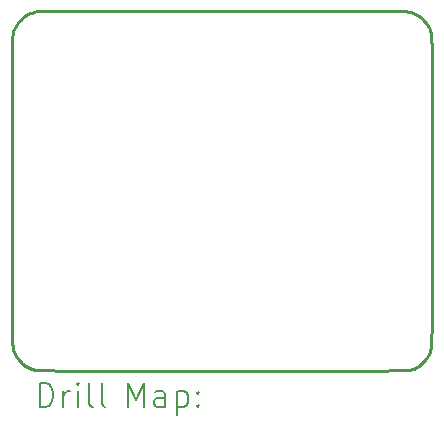
<source format=gbr>
%TF.GenerationSoftware,KiCad,Pcbnew,(6.99.0-2452-gdb4f2d9dd8)*%
%TF.CreationDate,2022-08-02T00:34:49-05:00*%
%TF.ProjectId,DDS,4444532e-6b69-4636-9164-5f7063625858,rev?*%
%TF.SameCoordinates,Original*%
%TF.FileFunction,Drillmap*%
%TF.FilePolarity,Positive*%
%FSLAX45Y45*%
G04 Gerber Fmt 4.5, Leading zero omitted, Abs format (unit mm)*
G04 Created by KiCad (PCBNEW (6.99.0-2452-gdb4f2d9dd8)) date 2022-08-02 00:34:49*
%MOMM*%
%LPD*%
G01*
G04 APERTURE LIST*
%ADD10C,0.240000*%
%ADD11C,0.200000*%
G04 APERTURE END LIST*
D10*
X15312848Y-9748300D02*
X15510523Y-9750080D01*
X15559004Y-9753362D01*
X15575298Y-9758353D01*
X15591121Y-9764381D01*
X15606432Y-9771404D01*
X15621192Y-9779384D01*
X15635361Y-9788281D01*
X15648901Y-9798057D01*
X15661771Y-9808670D01*
X15673932Y-9820081D01*
X15685344Y-9832252D01*
X15695968Y-9845143D01*
X15705764Y-9858713D01*
X15714693Y-9872923D01*
X15722716Y-9887735D01*
X15729792Y-9903107D01*
X15735882Y-9919002D01*
X15740947Y-9935378D01*
X15741956Y-9940112D01*
X15742846Y-9947578D01*
X15743625Y-9959438D01*
X15744299Y-9977355D01*
X15744875Y-10002990D01*
X15745363Y-10038005D01*
X15746099Y-10142825D01*
X15746567Y-10305110D01*
X15746827Y-10538158D01*
X15746963Y-11269726D01*
X15746099Y-12396628D01*
X15744299Y-12562098D01*
X15740947Y-12604074D01*
X15735945Y-12620290D01*
X15729953Y-12636015D01*
X15723005Y-12651218D01*
X15715134Y-12665865D01*
X15706372Y-12679922D01*
X15696753Y-12693355D01*
X15686311Y-12706132D01*
X15675077Y-12718220D01*
X15663085Y-12729584D01*
X15650368Y-12740191D01*
X15636960Y-12750008D01*
X15622892Y-12759002D01*
X15608200Y-12767139D01*
X15592914Y-12774385D01*
X15577069Y-12780708D01*
X15560697Y-12786074D01*
X15556016Y-12787073D01*
X15547889Y-12787955D01*
X15534366Y-12788729D01*
X15513494Y-12789402D01*
X15483320Y-12789983D01*
X15441892Y-12790480D01*
X15317464Y-12791252D01*
X15124593Y-12791783D01*
X14847658Y-12792139D01*
X13979124Y-12792578D01*
X12712259Y-12792174D01*
X12395371Y-12788630D01*
X12395372Y-12788623D01*
X12386215Y-12786626D01*
X12377239Y-12784330D01*
X12368436Y-12781730D01*
X12359802Y-12778824D01*
X12351332Y-12775609D01*
X12343019Y-12772083D01*
X12334859Y-12768241D01*
X12326846Y-12764082D01*
X12318975Y-12759601D01*
X12311239Y-12754797D01*
X12303635Y-12749666D01*
X12296156Y-12744205D01*
X12288797Y-12738411D01*
X12281552Y-12732282D01*
X12274417Y-12725814D01*
X12267385Y-12719004D01*
X12262419Y-12713945D01*
X12257704Y-12708948D01*
X12253227Y-12703991D01*
X12248975Y-12699057D01*
X12244935Y-12694125D01*
X12241093Y-12689175D01*
X12237436Y-12684189D01*
X12233951Y-12679146D01*
X12230626Y-12674027D01*
X12227446Y-12668812D01*
X12224399Y-12663482D01*
X12221472Y-12658017D01*
X12218652Y-12652397D01*
X12215925Y-12646603D01*
X12213278Y-12640616D01*
X12210699Y-12634415D01*
X12204379Y-12619642D01*
X12203069Y-12615681D01*
X12201860Y-12611011D01*
X12200749Y-12605333D01*
X12199730Y-12598348D01*
X12198801Y-12589754D01*
X12197957Y-12579251D01*
X12197195Y-12566541D01*
X12196512Y-12551321D01*
X12195364Y-12512155D01*
X12194484Y-12459353D01*
X12193841Y-12390513D01*
X12193406Y-12303235D01*
X12193147Y-12195116D01*
X12193036Y-12063755D01*
X12193464Y-11257877D01*
X12195089Y-10138309D01*
X12197003Y-9974473D01*
X12200385Y-9933690D01*
X12205683Y-9917566D01*
X12211823Y-9902016D01*
X12218786Y-9887058D01*
X12226553Y-9872713D01*
X12235104Y-9858999D01*
X12244422Y-9845936D01*
X12254486Y-9833542D01*
X12265278Y-9821839D01*
X12276779Y-9810844D01*
X12288970Y-9800578D01*
X12301832Y-9791059D01*
X12315345Y-9782307D01*
X12329492Y-9774341D01*
X12344252Y-9767181D01*
X12359607Y-9760845D01*
X12375538Y-9755354D01*
X12400938Y-9747422D01*
X13968964Y-9747422D01*
X15312848Y-9748300D01*
D11*
X12428655Y-13098054D02*
X12428655Y-12898054D01*
X12428655Y-12898054D02*
X12476274Y-12898054D01*
X12476274Y-12898054D02*
X12504846Y-12907578D01*
X12504846Y-12907578D02*
X12523894Y-12926625D01*
X12523894Y-12926625D02*
X12533417Y-12945673D01*
X12533417Y-12945673D02*
X12542941Y-12983768D01*
X12542941Y-12983768D02*
X12542941Y-13012340D01*
X12542941Y-13012340D02*
X12533417Y-13050435D01*
X12533417Y-13050435D02*
X12523894Y-13069482D01*
X12523894Y-13069482D02*
X12504846Y-13088530D01*
X12504846Y-13088530D02*
X12476274Y-13098054D01*
X12476274Y-13098054D02*
X12428655Y-13098054D01*
X12628655Y-13098054D02*
X12628655Y-12964721D01*
X12628655Y-13002816D02*
X12638179Y-12983768D01*
X12638179Y-12983768D02*
X12647703Y-12974244D01*
X12647703Y-12974244D02*
X12666751Y-12964721D01*
X12666751Y-12964721D02*
X12685798Y-12964721D01*
X12752465Y-13098054D02*
X12752465Y-12964721D01*
X12752465Y-12898054D02*
X12742941Y-12907578D01*
X12742941Y-12907578D02*
X12752465Y-12917102D01*
X12752465Y-12917102D02*
X12761989Y-12907578D01*
X12761989Y-12907578D02*
X12752465Y-12898054D01*
X12752465Y-12898054D02*
X12752465Y-12917102D01*
X12876274Y-13098054D02*
X12857227Y-13088530D01*
X12857227Y-13088530D02*
X12847703Y-13069482D01*
X12847703Y-13069482D02*
X12847703Y-12898054D01*
X12981036Y-13098054D02*
X12961989Y-13088530D01*
X12961989Y-13088530D02*
X12952465Y-13069482D01*
X12952465Y-13069482D02*
X12952465Y-12898054D01*
X13177227Y-13098054D02*
X13177227Y-12898054D01*
X13177227Y-12898054D02*
X13243894Y-13040911D01*
X13243894Y-13040911D02*
X13310560Y-12898054D01*
X13310560Y-12898054D02*
X13310560Y-13098054D01*
X13491513Y-13098054D02*
X13491513Y-12993292D01*
X13491513Y-12993292D02*
X13481989Y-12974244D01*
X13481989Y-12974244D02*
X13462941Y-12964721D01*
X13462941Y-12964721D02*
X13424846Y-12964721D01*
X13424846Y-12964721D02*
X13405798Y-12974244D01*
X13491513Y-13088530D02*
X13472465Y-13098054D01*
X13472465Y-13098054D02*
X13424846Y-13098054D01*
X13424846Y-13098054D02*
X13405798Y-13088530D01*
X13405798Y-13088530D02*
X13396274Y-13069482D01*
X13396274Y-13069482D02*
X13396274Y-13050435D01*
X13396274Y-13050435D02*
X13405798Y-13031387D01*
X13405798Y-13031387D02*
X13424846Y-13021863D01*
X13424846Y-13021863D02*
X13472465Y-13021863D01*
X13472465Y-13021863D02*
X13491513Y-13012340D01*
X13586751Y-12964721D02*
X13586751Y-13164721D01*
X13586751Y-12974244D02*
X13605798Y-12964721D01*
X13605798Y-12964721D02*
X13643894Y-12964721D01*
X13643894Y-12964721D02*
X13662941Y-12974244D01*
X13662941Y-12974244D02*
X13672465Y-12983768D01*
X13672465Y-12983768D02*
X13681989Y-13002816D01*
X13681989Y-13002816D02*
X13681989Y-13059959D01*
X13681989Y-13059959D02*
X13672465Y-13079006D01*
X13672465Y-13079006D02*
X13662941Y-13088530D01*
X13662941Y-13088530D02*
X13643894Y-13098054D01*
X13643894Y-13098054D02*
X13605798Y-13098054D01*
X13605798Y-13098054D02*
X13586751Y-13088530D01*
X13767703Y-13079006D02*
X13777227Y-13088530D01*
X13777227Y-13088530D02*
X13767703Y-13098054D01*
X13767703Y-13098054D02*
X13758179Y-13088530D01*
X13758179Y-13088530D02*
X13767703Y-13079006D01*
X13767703Y-13079006D02*
X13767703Y-13098054D01*
X13767703Y-12974244D02*
X13777227Y-12983768D01*
X13777227Y-12983768D02*
X13767703Y-12993292D01*
X13767703Y-12993292D02*
X13758179Y-12983768D01*
X13758179Y-12983768D02*
X13767703Y-12974244D01*
X13767703Y-12974244D02*
X13767703Y-12993292D01*
M02*

</source>
